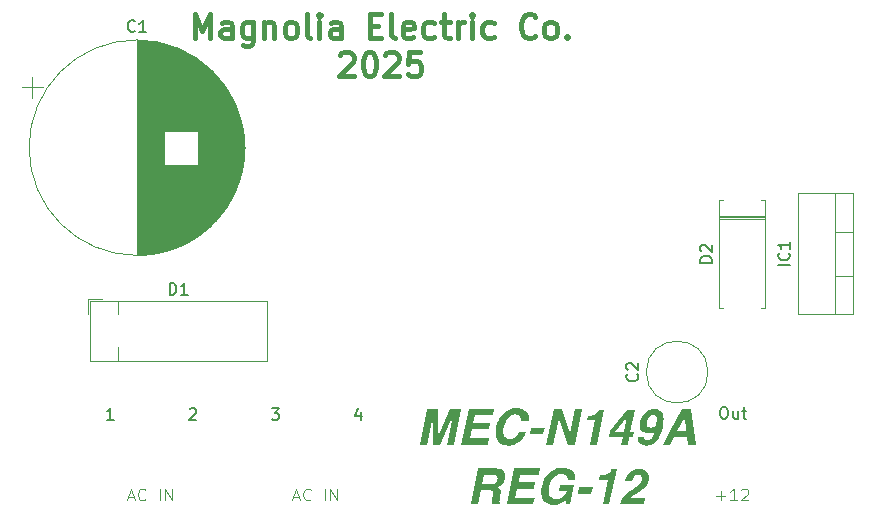
<source format=gbr>
%TF.GenerationSoftware,KiCad,Pcbnew,9.0.0*%
%TF.CreationDate,2025-04-08T17:00:31-05:00*%
%TF.ProjectId,MEC-PSU-1-12,4d45432d-5053-4552-9d31-2d31322e6b69,rev?*%
%TF.SameCoordinates,Original*%
%TF.FileFunction,Legend,Top*%
%TF.FilePolarity,Positive*%
%FSLAX46Y46*%
G04 Gerber Fmt 4.6, Leading zero omitted, Abs format (unit mm)*
G04 Created by KiCad (PCBNEW 9.0.0) date 2025-04-08 17:00:31*
%MOMM*%
%LPD*%
G01*
G04 APERTURE LIST*
%ADD10C,0.100000*%
%ADD11C,0.600000*%
%ADD12C,0.400000*%
%ADD13C,0.150000*%
%ADD14C,0.120000*%
G04 APERTURE END LIST*
D10*
X190303884Y-139491466D02*
X191065789Y-139491466D01*
X190684836Y-139872419D02*
X190684836Y-139110514D01*
X192065788Y-139872419D02*
X191494360Y-139872419D01*
X191780074Y-139872419D02*
X191780074Y-138872419D01*
X191780074Y-138872419D02*
X191684836Y-139015276D01*
X191684836Y-139015276D02*
X191589598Y-139110514D01*
X191589598Y-139110514D02*
X191494360Y-139158133D01*
X192446741Y-138967657D02*
X192494360Y-138920038D01*
X192494360Y-138920038D02*
X192589598Y-138872419D01*
X192589598Y-138872419D02*
X192827693Y-138872419D01*
X192827693Y-138872419D02*
X192922931Y-138920038D01*
X192922931Y-138920038D02*
X192970550Y-138967657D01*
X192970550Y-138967657D02*
X193018169Y-139062895D01*
X193018169Y-139062895D02*
X193018169Y-139158133D01*
X193018169Y-139158133D02*
X192970550Y-139300990D01*
X192970550Y-139300990D02*
X192399122Y-139872419D01*
X192399122Y-139872419D02*
X193018169Y-139872419D01*
X140506265Y-139586704D02*
X140982455Y-139586704D01*
X140411027Y-139872419D02*
X140744360Y-138872419D01*
X140744360Y-138872419D02*
X141077693Y-139872419D01*
X141982455Y-139777180D02*
X141934836Y-139824800D01*
X141934836Y-139824800D02*
X141791979Y-139872419D01*
X141791979Y-139872419D02*
X141696741Y-139872419D01*
X141696741Y-139872419D02*
X141553884Y-139824800D01*
X141553884Y-139824800D02*
X141458646Y-139729561D01*
X141458646Y-139729561D02*
X141411027Y-139634323D01*
X141411027Y-139634323D02*
X141363408Y-139443847D01*
X141363408Y-139443847D02*
X141363408Y-139300990D01*
X141363408Y-139300990D02*
X141411027Y-139110514D01*
X141411027Y-139110514D02*
X141458646Y-139015276D01*
X141458646Y-139015276D02*
X141553884Y-138920038D01*
X141553884Y-138920038D02*
X141696741Y-138872419D01*
X141696741Y-138872419D02*
X141791979Y-138872419D01*
X141791979Y-138872419D02*
X141934836Y-138920038D01*
X141934836Y-138920038D02*
X141982455Y-138967657D01*
X143172932Y-139872419D02*
X143172932Y-138872419D01*
X143649122Y-139872419D02*
X143649122Y-138872419D01*
X143649122Y-138872419D02*
X144220550Y-139872419D01*
X144220550Y-139872419D02*
X144220550Y-138872419D01*
D11*
G36*
X167807772Y-132125296D02*
G01*
X168695839Y-132125296D01*
X168066975Y-135150000D01*
X167491783Y-135150000D01*
X167917132Y-133104221D01*
X167970438Y-132856926D01*
X168023377Y-132611645D01*
X166936374Y-135150000D01*
X166337186Y-135150000D01*
X166309525Y-132611645D01*
X166260432Y-132856926D01*
X166211156Y-133104221D01*
X165785807Y-135150000D01*
X165210432Y-135150000D01*
X165839297Y-132125296D01*
X166737255Y-132125296D01*
X166780303Y-134503550D01*
X167807772Y-132125296D01*
G37*
G36*
X171418841Y-132664584D02*
G01*
X169855199Y-132664584D01*
X169721109Y-133309385D01*
X171156525Y-133309385D01*
X171046798Y-133836950D01*
X169611383Y-133836950D01*
X169450549Y-134610711D01*
X171086183Y-134610711D01*
X170974075Y-135150000D01*
X168735223Y-135150000D01*
X169364087Y-132125296D01*
X171530949Y-132125296D01*
X171418841Y-132664584D01*
G37*
G36*
X171698744Y-133654684D02*
G01*
X171782516Y-133339556D01*
X171892170Y-133064731D01*
X172026159Y-132825456D01*
X172184030Y-132617787D01*
X172366443Y-132438721D01*
X172549447Y-132302875D01*
X172738826Y-132199332D01*
X172936034Y-132125936D01*
X173142960Y-132081666D01*
X173361854Y-132066678D01*
X173618327Y-132083348D01*
X173829241Y-132129644D01*
X174002352Y-132201478D01*
X174144010Y-132296944D01*
X174258802Y-132416461D01*
X174349206Y-132562735D01*
X174418703Y-132751753D01*
X174447409Y-132936889D01*
X174437500Y-133121807D01*
X173819993Y-133121807D01*
X173788186Y-132919107D01*
X173734264Y-132792079D01*
X173662659Y-132709500D01*
X173566853Y-132648457D01*
X173440950Y-132608829D01*
X173276308Y-132594242D01*
X173114709Y-132611238D01*
X172964714Y-132661653D01*
X172822956Y-132746956D01*
X172687194Y-132871580D01*
X172576613Y-133014950D01*
X172479350Y-133190049D01*
X172396380Y-133401879D01*
X172329623Y-133656332D01*
X172290763Y-133921097D01*
X172290896Y-134128666D01*
X172321484Y-134290595D01*
X172377067Y-134416721D01*
X172464072Y-134527511D01*
X172568746Y-134604952D01*
X172694386Y-134652531D01*
X172846929Y-134669330D01*
X173005659Y-134655265D01*
X173146380Y-134614576D01*
X173272531Y-134547940D01*
X173386584Y-134453907D01*
X173496260Y-134319181D01*
X173615195Y-134106594D01*
X174226840Y-134106594D01*
X174120426Y-134345297D01*
X173989147Y-134557206D01*
X173832666Y-134745007D01*
X173649633Y-134910580D01*
X173444694Y-135046291D01*
X173226880Y-135142359D01*
X172993308Y-135200511D01*
X172740317Y-135220341D01*
X172483456Y-135201182D01*
X172270302Y-135147580D01*
X172093094Y-135063321D01*
X171945808Y-134949294D01*
X171824590Y-134803419D01*
X171736199Y-134636816D01*
X171676540Y-134444284D01*
X171647437Y-134220656D01*
X171652865Y-133959768D01*
X171698744Y-133654684D01*
G37*
G36*
X174628009Y-133707990D02*
G01*
X175778576Y-133707990D01*
X175663904Y-134259002D01*
X174513337Y-134259002D01*
X174628009Y-133707990D01*
G37*
G36*
X176563512Y-132125296D02*
G01*
X177211060Y-132125296D01*
X177952032Y-134220717D01*
X178387639Y-132125296D01*
X178963014Y-132125296D01*
X178334150Y-135150000D01*
X177716826Y-135150000D01*
X176956804Y-133001090D01*
X176510022Y-135150000D01*
X175934647Y-135150000D01*
X176563512Y-132125296D01*
G37*
G36*
X179373709Y-133098360D02*
G01*
X179456690Y-132699755D01*
X179709639Y-132682709D01*
X179843021Y-132663485D01*
X180012248Y-132605579D01*
X180155530Y-132510345D01*
X180237775Y-132421301D01*
X180311418Y-132300785D01*
X180357580Y-132183914D01*
X180832571Y-132183914D01*
X180215980Y-135150000D01*
X179630896Y-135150000D01*
X180057344Y-133098360D01*
X179373709Y-133098360D01*
G37*
G36*
X183042847Y-134047976D02*
G01*
X183371659Y-134047976D01*
X183276587Y-134505198D01*
X182947775Y-134505198D01*
X182813686Y-135150000D01*
X182254431Y-135150000D01*
X182388520Y-134505198D01*
X181237953Y-134505198D01*
X181333044Y-134047976D01*
X181755992Y-134047976D01*
X182483592Y-134047976D01*
X182746092Y-132785301D01*
X181755992Y-134047976D01*
X181333044Y-134047976D01*
X181344016Y-133995219D01*
X182784011Y-132207362D01*
X183425514Y-132207362D01*
X183042847Y-134047976D01*
G37*
G36*
X185264031Y-132167768D02*
G01*
X185438584Y-132220334D01*
X185577823Y-132302560D01*
X185688164Y-132414684D01*
X185772604Y-132561015D01*
X185830329Y-132749398D01*
X185855484Y-132976988D01*
X185843765Y-133270493D01*
X185784351Y-133645341D01*
X185694013Y-134000635D01*
X185585976Y-134298088D01*
X185462683Y-134545315D01*
X185312790Y-134766436D01*
X185152331Y-134938206D01*
X184980908Y-135067280D01*
X184796821Y-135158221D01*
X184597172Y-135213244D01*
X184378061Y-135232065D01*
X184217210Y-135219030D01*
X184074521Y-135181411D01*
X183946800Y-135120178D01*
X183831629Y-135034595D01*
X183740996Y-134928868D01*
X183680355Y-134801541D01*
X183649636Y-134647190D01*
X183652843Y-134458304D01*
X184222173Y-134458304D01*
X184235417Y-134578919D01*
X184286287Y-134670062D01*
X184339167Y-134713545D01*
X184409809Y-134741230D01*
X184503908Y-134751395D01*
X184634416Y-134732874D01*
X184752714Y-134677506D01*
X184863022Y-134581005D01*
X184966992Y-134433574D01*
X185055847Y-134236046D01*
X185151640Y-133922130D01*
X185049243Y-134013982D01*
X184952704Y-134077468D01*
X184828577Y-134131892D01*
X184690925Y-134165359D01*
X184537064Y-134176936D01*
X184368399Y-134160892D01*
X184220727Y-134114605D01*
X184089833Y-134038730D01*
X183972863Y-133931106D01*
X183887866Y-133803476D01*
X183836930Y-133648457D01*
X183822410Y-133458174D01*
X183836859Y-133341526D01*
X184420530Y-133341526D01*
X184430811Y-133470483D01*
X184465439Y-133562909D01*
X184528476Y-133633801D01*
X184623072Y-133679152D01*
X184761462Y-133696266D01*
X184877637Y-133679355D01*
X184998683Y-133625924D01*
X185096261Y-133553090D01*
X185176324Y-133457521D01*
X185239743Y-133335473D01*
X185285363Y-133181341D01*
X185305671Y-133012130D01*
X185293051Y-132880881D01*
X185253855Y-132778340D01*
X185186255Y-132696791D01*
X185094226Y-132647301D01*
X184969373Y-132629413D01*
X184829325Y-132650532D01*
X184700828Y-132714227D01*
X184592166Y-132816240D01*
X184505694Y-132961780D01*
X184443274Y-133162840D01*
X184420530Y-133341526D01*
X183836859Y-133341526D01*
X183851596Y-133222557D01*
X183917810Y-132989007D01*
X184011736Y-132784066D01*
X184132922Y-132603989D01*
X184282440Y-132446048D01*
X184456935Y-132314376D01*
X184640329Y-132222465D01*
X184835205Y-132167409D01*
X185045028Y-132148743D01*
X185264031Y-132167768D01*
G37*
G36*
X188564323Y-135150000D02*
G01*
X187894609Y-135150000D01*
X187835991Y-134516922D01*
X186747522Y-134516922D01*
X186411383Y-135150000D01*
X185765849Y-135150000D01*
X186405227Y-134001081D01*
X187021013Y-134001081D01*
X187770778Y-134001081D01*
X187648046Y-132816809D01*
X187021013Y-134001081D01*
X186405227Y-134001081D01*
X187449110Y-132125296D01*
X188146668Y-132125296D01*
X188564323Y-135150000D01*
G37*
G36*
X171832805Y-137178867D02*
G01*
X171982466Y-137206350D01*
X172087273Y-137243332D01*
X172223877Y-137332403D01*
X172327058Y-137454724D01*
X172387921Y-137575061D01*
X172426526Y-137709164D01*
X172437707Y-137853433D01*
X172416451Y-138027351D01*
X172376248Y-138166793D01*
X172312266Y-138307604D01*
X172222095Y-138451051D01*
X172110992Y-138575355D01*
X171974980Y-138673162D01*
X171810118Y-138745608D01*
X171924033Y-138813075D01*
X172001738Y-138892646D01*
X172049720Y-138985577D01*
X172070573Y-139091021D01*
X172069435Y-139243476D01*
X172036714Y-139458553D01*
X171994583Y-139661519D01*
X171959955Y-139852472D01*
X171952268Y-139942154D01*
X171972376Y-140045938D01*
X172028654Y-140114162D01*
X172012901Y-140190000D01*
X171333478Y-140190000D01*
X171327067Y-140028066D01*
X171355094Y-139767948D01*
X171409499Y-139487313D01*
X171432503Y-139292149D01*
X171420166Y-139172306D01*
X171386052Y-139102264D01*
X171324365Y-139054718D01*
X171214996Y-139020075D01*
X171034525Y-139005910D01*
X170396868Y-139005910D01*
X170150671Y-140190000D01*
X169547452Y-140190000D01*
X169898446Y-138501793D01*
X170501648Y-138501793D01*
X171201221Y-138501793D01*
X171397267Y-138487583D01*
X171524537Y-138451967D01*
X171614688Y-138399150D01*
X171686539Y-138326547D01*
X171741926Y-138231269D01*
X171780259Y-138108135D01*
X171795615Y-137967140D01*
X171780512Y-137864514D01*
X171741614Y-137789500D01*
X171679326Y-137734993D01*
X171574917Y-137697063D01*
X171389898Y-137681137D01*
X170672191Y-137681137D01*
X170501648Y-138501793D01*
X169898446Y-138501793D01*
X170176317Y-137165296D01*
X171625471Y-137165296D01*
X171832805Y-137178867D01*
G37*
G36*
X175265666Y-137704584D02*
G01*
X173702023Y-137704584D01*
X173567934Y-138349385D01*
X175003349Y-138349385D01*
X174893623Y-138876950D01*
X173458208Y-138876950D01*
X173297374Y-139650711D01*
X174933007Y-139650711D01*
X174820900Y-140190000D01*
X172582048Y-140190000D01*
X173210912Y-137165296D01*
X175377773Y-137165296D01*
X175265666Y-137704584D01*
G37*
G36*
X177780757Y-138114912D02*
G01*
X177760941Y-137968838D01*
X177712005Y-137853186D01*
X177635103Y-137761128D01*
X177526500Y-137689197D01*
X177380119Y-137640014D01*
X177201718Y-137622519D01*
X177029553Y-137639251D01*
X176866803Y-137689106D01*
X176710474Y-137773476D01*
X176558382Y-137896193D01*
X176433542Y-138039741D01*
X176324264Y-138220269D01*
X176231537Y-138444220D01*
X176157763Y-138719413D01*
X176117841Y-139008620D01*
X176125884Y-139224650D01*
X176169903Y-139384766D01*
X176243492Y-139502883D01*
X176351619Y-139603834D01*
X176471996Y-139674745D01*
X176607176Y-139717865D01*
X176760982Y-139732777D01*
X176962097Y-139712499D01*
X177142579Y-139653267D01*
X177307048Y-139554724D01*
X177449257Y-139424171D01*
X177562713Y-139269667D01*
X177648866Y-139087976D01*
X176965230Y-139087976D01*
X177072391Y-138572135D01*
X178303192Y-138572135D01*
X177966870Y-140190000D01*
X177558007Y-140190000D01*
X177573944Y-139814842D01*
X177354332Y-140003545D01*
X177191643Y-140110498D01*
X177002664Y-140192474D01*
X176793166Y-140242898D01*
X176559115Y-140260341D01*
X176325367Y-140242027D01*
X176126151Y-140190118D01*
X175955441Y-140107262D01*
X175808647Y-139993440D01*
X175682955Y-139845983D01*
X175584708Y-139678875D01*
X175517733Y-139487043D01*
X175483262Y-139265433D01*
X175484998Y-139007869D01*
X175528899Y-138707323D01*
X175605983Y-138417604D01*
X175708839Y-138158637D01*
X175836535Y-137927058D01*
X175989053Y-137720103D01*
X176167288Y-137535690D01*
X176371181Y-137375201D01*
X176584640Y-137252699D01*
X176809479Y-137165621D01*
X177048137Y-137112888D01*
X177303567Y-137094954D01*
X177585973Y-137116062D01*
X177814413Y-137174457D01*
X177999038Y-137265204D01*
X178147671Y-137386946D01*
X178267723Y-137541293D01*
X178347059Y-137711113D01*
X178387785Y-137900465D01*
X178388189Y-138114912D01*
X177780757Y-138114912D01*
G37*
G36*
X178709307Y-138747990D02*
G01*
X179859874Y-138747990D01*
X179745202Y-139299002D01*
X178594635Y-139299002D01*
X178709307Y-138747990D01*
G37*
G36*
X180424441Y-138138360D02*
G01*
X180507423Y-137739755D01*
X180760372Y-137722709D01*
X180893754Y-137703485D01*
X181062980Y-137645579D01*
X181206263Y-137550345D01*
X181288507Y-137461301D01*
X181362151Y-137340785D01*
X181408313Y-137223914D01*
X181883304Y-137223914D01*
X181266713Y-140190000D01*
X180681629Y-140190000D01*
X181108077Y-138138360D01*
X180424441Y-138138360D01*
G37*
G36*
X182174563Y-140190000D02*
G01*
X182236628Y-139981414D01*
X182321933Y-139786668D01*
X182430835Y-139604183D01*
X182529528Y-139469908D01*
X182673472Y-139321399D01*
X182872821Y-139156464D01*
X183139201Y-138973121D01*
X183552486Y-138698556D01*
X183737107Y-138556564D01*
X183868537Y-138415541D01*
X183955795Y-138272543D01*
X184004919Y-138125170D01*
X184018561Y-137999027D01*
X184005371Y-137895021D01*
X183968649Y-137807716D01*
X183908099Y-137739445D01*
X183822387Y-137696849D01*
X183702486Y-137681137D01*
X183576648Y-137694534D01*
X183471162Y-137732685D01*
X183381648Y-137794917D01*
X183305530Y-137883736D01*
X183236788Y-138020241D01*
X183164113Y-138255596D01*
X182608705Y-138255596D01*
X182683319Y-138007722D01*
X182771132Y-137806201D01*
X182870289Y-137644134D01*
X183009829Y-137483719D01*
X183167017Y-137361380D01*
X183344091Y-137273575D01*
X183544872Y-137219360D01*
X183774476Y-137200467D01*
X184004332Y-137219259D01*
X184188514Y-137271184D01*
X184336093Y-137352131D01*
X184453716Y-137461685D01*
X184540971Y-137597168D01*
X184592838Y-137753400D01*
X184608458Y-137936246D01*
X184582676Y-138153197D01*
X184517708Y-138363784D01*
X184413858Y-138558210D01*
X184268335Y-138739380D01*
X184080371Y-138906586D01*
X183774293Y-139119117D01*
X183511060Y-139285629D01*
X183170525Y-139511859D01*
X183082072Y-139587218D01*
X183003463Y-139674159D01*
X184272182Y-139674159D01*
X184165020Y-140190000D01*
X182174563Y-140190000D01*
G37*
D12*
X146138094Y-100714550D02*
X146138094Y-98714550D01*
X146138094Y-98714550D02*
X146804761Y-100143121D01*
X146804761Y-100143121D02*
X147471427Y-98714550D01*
X147471427Y-98714550D02*
X147471427Y-100714550D01*
X149280951Y-100714550D02*
X149280951Y-99666931D01*
X149280951Y-99666931D02*
X149185713Y-99476454D01*
X149185713Y-99476454D02*
X148995237Y-99381216D01*
X148995237Y-99381216D02*
X148614284Y-99381216D01*
X148614284Y-99381216D02*
X148423808Y-99476454D01*
X149280951Y-100619312D02*
X149090475Y-100714550D01*
X149090475Y-100714550D02*
X148614284Y-100714550D01*
X148614284Y-100714550D02*
X148423808Y-100619312D01*
X148423808Y-100619312D02*
X148328570Y-100428835D01*
X148328570Y-100428835D02*
X148328570Y-100238359D01*
X148328570Y-100238359D02*
X148423808Y-100047883D01*
X148423808Y-100047883D02*
X148614284Y-99952645D01*
X148614284Y-99952645D02*
X149090475Y-99952645D01*
X149090475Y-99952645D02*
X149280951Y-99857407D01*
X151090475Y-99381216D02*
X151090475Y-101000264D01*
X151090475Y-101000264D02*
X150995237Y-101190740D01*
X150995237Y-101190740D02*
X150899999Y-101285978D01*
X150899999Y-101285978D02*
X150709522Y-101381216D01*
X150709522Y-101381216D02*
X150423808Y-101381216D01*
X150423808Y-101381216D02*
X150233332Y-101285978D01*
X151090475Y-100619312D02*
X150899999Y-100714550D01*
X150899999Y-100714550D02*
X150519046Y-100714550D01*
X150519046Y-100714550D02*
X150328570Y-100619312D01*
X150328570Y-100619312D02*
X150233332Y-100524073D01*
X150233332Y-100524073D02*
X150138094Y-100333597D01*
X150138094Y-100333597D02*
X150138094Y-99762169D01*
X150138094Y-99762169D02*
X150233332Y-99571692D01*
X150233332Y-99571692D02*
X150328570Y-99476454D01*
X150328570Y-99476454D02*
X150519046Y-99381216D01*
X150519046Y-99381216D02*
X150899999Y-99381216D01*
X150899999Y-99381216D02*
X151090475Y-99476454D01*
X152042856Y-99381216D02*
X152042856Y-100714550D01*
X152042856Y-99571692D02*
X152138094Y-99476454D01*
X152138094Y-99476454D02*
X152328570Y-99381216D01*
X152328570Y-99381216D02*
X152614285Y-99381216D01*
X152614285Y-99381216D02*
X152804761Y-99476454D01*
X152804761Y-99476454D02*
X152899999Y-99666931D01*
X152899999Y-99666931D02*
X152899999Y-100714550D01*
X154138094Y-100714550D02*
X153947618Y-100619312D01*
X153947618Y-100619312D02*
X153852380Y-100524073D01*
X153852380Y-100524073D02*
X153757142Y-100333597D01*
X153757142Y-100333597D02*
X153757142Y-99762169D01*
X153757142Y-99762169D02*
X153852380Y-99571692D01*
X153852380Y-99571692D02*
X153947618Y-99476454D01*
X153947618Y-99476454D02*
X154138094Y-99381216D01*
X154138094Y-99381216D02*
X154423809Y-99381216D01*
X154423809Y-99381216D02*
X154614285Y-99476454D01*
X154614285Y-99476454D02*
X154709523Y-99571692D01*
X154709523Y-99571692D02*
X154804761Y-99762169D01*
X154804761Y-99762169D02*
X154804761Y-100333597D01*
X154804761Y-100333597D02*
X154709523Y-100524073D01*
X154709523Y-100524073D02*
X154614285Y-100619312D01*
X154614285Y-100619312D02*
X154423809Y-100714550D01*
X154423809Y-100714550D02*
X154138094Y-100714550D01*
X155947618Y-100714550D02*
X155757142Y-100619312D01*
X155757142Y-100619312D02*
X155661904Y-100428835D01*
X155661904Y-100428835D02*
X155661904Y-98714550D01*
X156709523Y-100714550D02*
X156709523Y-99381216D01*
X156709523Y-98714550D02*
X156614285Y-98809788D01*
X156614285Y-98809788D02*
X156709523Y-98905026D01*
X156709523Y-98905026D02*
X156804761Y-98809788D01*
X156804761Y-98809788D02*
X156709523Y-98714550D01*
X156709523Y-98714550D02*
X156709523Y-98905026D01*
X158519047Y-100714550D02*
X158519047Y-99666931D01*
X158519047Y-99666931D02*
X158423809Y-99476454D01*
X158423809Y-99476454D02*
X158233333Y-99381216D01*
X158233333Y-99381216D02*
X157852380Y-99381216D01*
X157852380Y-99381216D02*
X157661904Y-99476454D01*
X158519047Y-100619312D02*
X158328571Y-100714550D01*
X158328571Y-100714550D02*
X157852380Y-100714550D01*
X157852380Y-100714550D02*
X157661904Y-100619312D01*
X157661904Y-100619312D02*
X157566666Y-100428835D01*
X157566666Y-100428835D02*
X157566666Y-100238359D01*
X157566666Y-100238359D02*
X157661904Y-100047883D01*
X157661904Y-100047883D02*
X157852380Y-99952645D01*
X157852380Y-99952645D02*
X158328571Y-99952645D01*
X158328571Y-99952645D02*
X158519047Y-99857407D01*
X160995238Y-99666931D02*
X161661905Y-99666931D01*
X161947619Y-100714550D02*
X160995238Y-100714550D01*
X160995238Y-100714550D02*
X160995238Y-98714550D01*
X160995238Y-98714550D02*
X161947619Y-98714550D01*
X163090476Y-100714550D02*
X162900000Y-100619312D01*
X162900000Y-100619312D02*
X162804762Y-100428835D01*
X162804762Y-100428835D02*
X162804762Y-98714550D01*
X164614286Y-100619312D02*
X164423810Y-100714550D01*
X164423810Y-100714550D02*
X164042857Y-100714550D01*
X164042857Y-100714550D02*
X163852381Y-100619312D01*
X163852381Y-100619312D02*
X163757143Y-100428835D01*
X163757143Y-100428835D02*
X163757143Y-99666931D01*
X163757143Y-99666931D02*
X163852381Y-99476454D01*
X163852381Y-99476454D02*
X164042857Y-99381216D01*
X164042857Y-99381216D02*
X164423810Y-99381216D01*
X164423810Y-99381216D02*
X164614286Y-99476454D01*
X164614286Y-99476454D02*
X164709524Y-99666931D01*
X164709524Y-99666931D02*
X164709524Y-99857407D01*
X164709524Y-99857407D02*
X163757143Y-100047883D01*
X166423810Y-100619312D02*
X166233334Y-100714550D01*
X166233334Y-100714550D02*
X165852381Y-100714550D01*
X165852381Y-100714550D02*
X165661905Y-100619312D01*
X165661905Y-100619312D02*
X165566667Y-100524073D01*
X165566667Y-100524073D02*
X165471429Y-100333597D01*
X165471429Y-100333597D02*
X165471429Y-99762169D01*
X165471429Y-99762169D02*
X165566667Y-99571692D01*
X165566667Y-99571692D02*
X165661905Y-99476454D01*
X165661905Y-99476454D02*
X165852381Y-99381216D01*
X165852381Y-99381216D02*
X166233334Y-99381216D01*
X166233334Y-99381216D02*
X166423810Y-99476454D01*
X166995239Y-99381216D02*
X167757143Y-99381216D01*
X167280953Y-98714550D02*
X167280953Y-100428835D01*
X167280953Y-100428835D02*
X167376191Y-100619312D01*
X167376191Y-100619312D02*
X167566667Y-100714550D01*
X167566667Y-100714550D02*
X167757143Y-100714550D01*
X168423810Y-100714550D02*
X168423810Y-99381216D01*
X168423810Y-99762169D02*
X168519048Y-99571692D01*
X168519048Y-99571692D02*
X168614286Y-99476454D01*
X168614286Y-99476454D02*
X168804762Y-99381216D01*
X168804762Y-99381216D02*
X168995239Y-99381216D01*
X169661905Y-100714550D02*
X169661905Y-99381216D01*
X169661905Y-98714550D02*
X169566667Y-98809788D01*
X169566667Y-98809788D02*
X169661905Y-98905026D01*
X169661905Y-98905026D02*
X169757143Y-98809788D01*
X169757143Y-98809788D02*
X169661905Y-98714550D01*
X169661905Y-98714550D02*
X169661905Y-98905026D01*
X171471429Y-100619312D02*
X171280953Y-100714550D01*
X171280953Y-100714550D02*
X170900000Y-100714550D01*
X170900000Y-100714550D02*
X170709524Y-100619312D01*
X170709524Y-100619312D02*
X170614286Y-100524073D01*
X170614286Y-100524073D02*
X170519048Y-100333597D01*
X170519048Y-100333597D02*
X170519048Y-99762169D01*
X170519048Y-99762169D02*
X170614286Y-99571692D01*
X170614286Y-99571692D02*
X170709524Y-99476454D01*
X170709524Y-99476454D02*
X170900000Y-99381216D01*
X170900000Y-99381216D02*
X171280953Y-99381216D01*
X171280953Y-99381216D02*
X171471429Y-99476454D01*
X174995239Y-100524073D02*
X174900001Y-100619312D01*
X174900001Y-100619312D02*
X174614287Y-100714550D01*
X174614287Y-100714550D02*
X174423811Y-100714550D01*
X174423811Y-100714550D02*
X174138096Y-100619312D01*
X174138096Y-100619312D02*
X173947620Y-100428835D01*
X173947620Y-100428835D02*
X173852382Y-100238359D01*
X173852382Y-100238359D02*
X173757144Y-99857407D01*
X173757144Y-99857407D02*
X173757144Y-99571692D01*
X173757144Y-99571692D02*
X173852382Y-99190740D01*
X173852382Y-99190740D02*
X173947620Y-99000264D01*
X173947620Y-99000264D02*
X174138096Y-98809788D01*
X174138096Y-98809788D02*
X174423811Y-98714550D01*
X174423811Y-98714550D02*
X174614287Y-98714550D01*
X174614287Y-98714550D02*
X174900001Y-98809788D01*
X174900001Y-98809788D02*
X174995239Y-98905026D01*
X176138096Y-100714550D02*
X175947620Y-100619312D01*
X175947620Y-100619312D02*
X175852382Y-100524073D01*
X175852382Y-100524073D02*
X175757144Y-100333597D01*
X175757144Y-100333597D02*
X175757144Y-99762169D01*
X175757144Y-99762169D02*
X175852382Y-99571692D01*
X175852382Y-99571692D02*
X175947620Y-99476454D01*
X175947620Y-99476454D02*
X176138096Y-99381216D01*
X176138096Y-99381216D02*
X176423811Y-99381216D01*
X176423811Y-99381216D02*
X176614287Y-99476454D01*
X176614287Y-99476454D02*
X176709525Y-99571692D01*
X176709525Y-99571692D02*
X176804763Y-99762169D01*
X176804763Y-99762169D02*
X176804763Y-100333597D01*
X176804763Y-100333597D02*
X176709525Y-100524073D01*
X176709525Y-100524073D02*
X176614287Y-100619312D01*
X176614287Y-100619312D02*
X176423811Y-100714550D01*
X176423811Y-100714550D02*
X176138096Y-100714550D01*
X177661906Y-100524073D02*
X177757144Y-100619312D01*
X177757144Y-100619312D02*
X177661906Y-100714550D01*
X177661906Y-100714550D02*
X177566668Y-100619312D01*
X177566668Y-100619312D02*
X177661906Y-100524073D01*
X177661906Y-100524073D02*
X177661906Y-100714550D01*
X158471428Y-102124914D02*
X158566666Y-102029676D01*
X158566666Y-102029676D02*
X158757142Y-101934438D01*
X158757142Y-101934438D02*
X159233333Y-101934438D01*
X159233333Y-101934438D02*
X159423809Y-102029676D01*
X159423809Y-102029676D02*
X159519047Y-102124914D01*
X159519047Y-102124914D02*
X159614285Y-102315390D01*
X159614285Y-102315390D02*
X159614285Y-102505866D01*
X159614285Y-102505866D02*
X159519047Y-102791580D01*
X159519047Y-102791580D02*
X158376190Y-103934438D01*
X158376190Y-103934438D02*
X159614285Y-103934438D01*
X160852380Y-101934438D02*
X161042857Y-101934438D01*
X161042857Y-101934438D02*
X161233333Y-102029676D01*
X161233333Y-102029676D02*
X161328571Y-102124914D01*
X161328571Y-102124914D02*
X161423809Y-102315390D01*
X161423809Y-102315390D02*
X161519047Y-102696342D01*
X161519047Y-102696342D02*
X161519047Y-103172533D01*
X161519047Y-103172533D02*
X161423809Y-103553485D01*
X161423809Y-103553485D02*
X161328571Y-103743961D01*
X161328571Y-103743961D02*
X161233333Y-103839200D01*
X161233333Y-103839200D02*
X161042857Y-103934438D01*
X161042857Y-103934438D02*
X160852380Y-103934438D01*
X160852380Y-103934438D02*
X160661904Y-103839200D01*
X160661904Y-103839200D02*
X160566666Y-103743961D01*
X160566666Y-103743961D02*
X160471428Y-103553485D01*
X160471428Y-103553485D02*
X160376190Y-103172533D01*
X160376190Y-103172533D02*
X160376190Y-102696342D01*
X160376190Y-102696342D02*
X160471428Y-102315390D01*
X160471428Y-102315390D02*
X160566666Y-102124914D01*
X160566666Y-102124914D02*
X160661904Y-102029676D01*
X160661904Y-102029676D02*
X160852380Y-101934438D01*
X162280952Y-102124914D02*
X162376190Y-102029676D01*
X162376190Y-102029676D02*
X162566666Y-101934438D01*
X162566666Y-101934438D02*
X163042857Y-101934438D01*
X163042857Y-101934438D02*
X163233333Y-102029676D01*
X163233333Y-102029676D02*
X163328571Y-102124914D01*
X163328571Y-102124914D02*
X163423809Y-102315390D01*
X163423809Y-102315390D02*
X163423809Y-102505866D01*
X163423809Y-102505866D02*
X163328571Y-102791580D01*
X163328571Y-102791580D02*
X162185714Y-103934438D01*
X162185714Y-103934438D02*
X163423809Y-103934438D01*
X165233333Y-101934438D02*
X164280952Y-101934438D01*
X164280952Y-101934438D02*
X164185714Y-102886819D01*
X164185714Y-102886819D02*
X164280952Y-102791580D01*
X164280952Y-102791580D02*
X164471428Y-102696342D01*
X164471428Y-102696342D02*
X164947619Y-102696342D01*
X164947619Y-102696342D02*
X165138095Y-102791580D01*
X165138095Y-102791580D02*
X165233333Y-102886819D01*
X165233333Y-102886819D02*
X165328571Y-103077295D01*
X165328571Y-103077295D02*
X165328571Y-103553485D01*
X165328571Y-103553485D02*
X165233333Y-103743961D01*
X165233333Y-103743961D02*
X165138095Y-103839200D01*
X165138095Y-103839200D02*
X164947619Y-103934438D01*
X164947619Y-103934438D02*
X164471428Y-103934438D01*
X164471428Y-103934438D02*
X164280952Y-103839200D01*
X164280952Y-103839200D02*
X164185714Y-103743961D01*
D10*
X154506265Y-139586704D02*
X154982455Y-139586704D01*
X154411027Y-139872419D02*
X154744360Y-138872419D01*
X154744360Y-138872419D02*
X155077693Y-139872419D01*
X155982455Y-139777180D02*
X155934836Y-139824800D01*
X155934836Y-139824800D02*
X155791979Y-139872419D01*
X155791979Y-139872419D02*
X155696741Y-139872419D01*
X155696741Y-139872419D02*
X155553884Y-139824800D01*
X155553884Y-139824800D02*
X155458646Y-139729561D01*
X155458646Y-139729561D02*
X155411027Y-139634323D01*
X155411027Y-139634323D02*
X155363408Y-139443847D01*
X155363408Y-139443847D02*
X155363408Y-139300990D01*
X155363408Y-139300990D02*
X155411027Y-139110514D01*
X155411027Y-139110514D02*
X155458646Y-139015276D01*
X155458646Y-139015276D02*
X155553884Y-138920038D01*
X155553884Y-138920038D02*
X155696741Y-138872419D01*
X155696741Y-138872419D02*
X155791979Y-138872419D01*
X155791979Y-138872419D02*
X155934836Y-138920038D01*
X155934836Y-138920038D02*
X155982455Y-138967657D01*
X157172932Y-139872419D02*
X157172932Y-138872419D01*
X157649122Y-139872419D02*
X157649122Y-138872419D01*
X157649122Y-138872419D02*
X158220550Y-139872419D01*
X158220550Y-139872419D02*
X158220550Y-138872419D01*
D13*
X160190476Y-132388152D02*
X160190476Y-133054819D01*
X159952381Y-132007200D02*
X159714286Y-132721485D01*
X159714286Y-132721485D02*
X160333333Y-132721485D01*
X152666667Y-132054819D02*
X153285714Y-132054819D01*
X153285714Y-132054819D02*
X152952381Y-132435771D01*
X152952381Y-132435771D02*
X153095238Y-132435771D01*
X153095238Y-132435771D02*
X153190476Y-132483390D01*
X153190476Y-132483390D02*
X153238095Y-132531009D01*
X153238095Y-132531009D02*
X153285714Y-132626247D01*
X153285714Y-132626247D02*
X153285714Y-132864342D01*
X153285714Y-132864342D02*
X153238095Y-132959580D01*
X153238095Y-132959580D02*
X153190476Y-133007200D01*
X153190476Y-133007200D02*
X153095238Y-133054819D01*
X153095238Y-133054819D02*
X152809524Y-133054819D01*
X152809524Y-133054819D02*
X152714286Y-133007200D01*
X152714286Y-133007200D02*
X152666667Y-132959580D01*
X189954819Y-119738094D02*
X188954819Y-119738094D01*
X188954819Y-119738094D02*
X188954819Y-119499999D01*
X188954819Y-119499999D02*
X189002438Y-119357142D01*
X189002438Y-119357142D02*
X189097676Y-119261904D01*
X189097676Y-119261904D02*
X189192914Y-119214285D01*
X189192914Y-119214285D02*
X189383390Y-119166666D01*
X189383390Y-119166666D02*
X189526247Y-119166666D01*
X189526247Y-119166666D02*
X189716723Y-119214285D01*
X189716723Y-119214285D02*
X189811961Y-119261904D01*
X189811961Y-119261904D02*
X189907200Y-119357142D01*
X189907200Y-119357142D02*
X189954819Y-119499999D01*
X189954819Y-119499999D02*
X189954819Y-119738094D01*
X189050057Y-118785713D02*
X189002438Y-118738094D01*
X189002438Y-118738094D02*
X188954819Y-118642856D01*
X188954819Y-118642856D02*
X188954819Y-118404761D01*
X188954819Y-118404761D02*
X189002438Y-118309523D01*
X189002438Y-118309523D02*
X189050057Y-118261904D01*
X189050057Y-118261904D02*
X189145295Y-118214285D01*
X189145295Y-118214285D02*
X189240533Y-118214285D01*
X189240533Y-118214285D02*
X189383390Y-118261904D01*
X189383390Y-118261904D02*
X189954819Y-118833332D01*
X189954819Y-118833332D02*
X189954819Y-118214285D01*
X196534451Y-119974775D02*
X195534451Y-119974775D01*
X196439212Y-118927157D02*
X196486832Y-118974776D01*
X196486832Y-118974776D02*
X196534451Y-119117633D01*
X196534451Y-119117633D02*
X196534451Y-119212871D01*
X196534451Y-119212871D02*
X196486832Y-119355728D01*
X196486832Y-119355728D02*
X196391593Y-119450966D01*
X196391593Y-119450966D02*
X196296355Y-119498585D01*
X196296355Y-119498585D02*
X196105879Y-119546204D01*
X196105879Y-119546204D02*
X195963022Y-119546204D01*
X195963022Y-119546204D02*
X195772546Y-119498585D01*
X195772546Y-119498585D02*
X195677308Y-119450966D01*
X195677308Y-119450966D02*
X195582070Y-119355728D01*
X195582070Y-119355728D02*
X195534451Y-119212871D01*
X195534451Y-119212871D02*
X195534451Y-119117633D01*
X195534451Y-119117633D02*
X195582070Y-118974776D01*
X195582070Y-118974776D02*
X195629689Y-118927157D01*
X196534451Y-117974776D02*
X196534451Y-118546204D01*
X196534451Y-118260490D02*
X195534451Y-118260490D01*
X195534451Y-118260490D02*
X195677308Y-118355728D01*
X195677308Y-118355728D02*
X195772546Y-118450966D01*
X195772546Y-118450966D02*
X195820165Y-118546204D01*
X144036905Y-122454819D02*
X144036905Y-121454819D01*
X144036905Y-121454819D02*
X144275000Y-121454819D01*
X144275000Y-121454819D02*
X144417857Y-121502438D01*
X144417857Y-121502438D02*
X144513095Y-121597676D01*
X144513095Y-121597676D02*
X144560714Y-121692914D01*
X144560714Y-121692914D02*
X144608333Y-121883390D01*
X144608333Y-121883390D02*
X144608333Y-122026247D01*
X144608333Y-122026247D02*
X144560714Y-122216723D01*
X144560714Y-122216723D02*
X144513095Y-122311961D01*
X144513095Y-122311961D02*
X144417857Y-122407200D01*
X144417857Y-122407200D02*
X144275000Y-122454819D01*
X144275000Y-122454819D02*
X144036905Y-122454819D01*
X145560714Y-122454819D02*
X144989286Y-122454819D01*
X145275000Y-122454819D02*
X145275000Y-121454819D01*
X145275000Y-121454819D02*
X145179762Y-121597676D01*
X145179762Y-121597676D02*
X145084524Y-121692914D01*
X145084524Y-121692914D02*
X144989286Y-121740533D01*
X190866666Y-131954819D02*
X191057142Y-131954819D01*
X191057142Y-131954819D02*
X191152380Y-132002438D01*
X191152380Y-132002438D02*
X191247618Y-132097676D01*
X191247618Y-132097676D02*
X191295237Y-132288152D01*
X191295237Y-132288152D02*
X191295237Y-132621485D01*
X191295237Y-132621485D02*
X191247618Y-132811961D01*
X191247618Y-132811961D02*
X191152380Y-132907200D01*
X191152380Y-132907200D02*
X191057142Y-132954819D01*
X191057142Y-132954819D02*
X190866666Y-132954819D01*
X190866666Y-132954819D02*
X190771428Y-132907200D01*
X190771428Y-132907200D02*
X190676190Y-132811961D01*
X190676190Y-132811961D02*
X190628571Y-132621485D01*
X190628571Y-132621485D02*
X190628571Y-132288152D01*
X190628571Y-132288152D02*
X190676190Y-132097676D01*
X190676190Y-132097676D02*
X190771428Y-132002438D01*
X190771428Y-132002438D02*
X190866666Y-131954819D01*
X192152380Y-132288152D02*
X192152380Y-132954819D01*
X191723809Y-132288152D02*
X191723809Y-132811961D01*
X191723809Y-132811961D02*
X191771428Y-132907200D01*
X191771428Y-132907200D02*
X191866666Y-132954819D01*
X191866666Y-132954819D02*
X192009523Y-132954819D01*
X192009523Y-132954819D02*
X192104761Y-132907200D01*
X192104761Y-132907200D02*
X192152380Y-132859580D01*
X192485714Y-132288152D02*
X192866666Y-132288152D01*
X192628571Y-131954819D02*
X192628571Y-132811961D01*
X192628571Y-132811961D02*
X192676190Y-132907200D01*
X192676190Y-132907200D02*
X192771428Y-132954819D01*
X192771428Y-132954819D02*
X192866666Y-132954819D01*
X145714286Y-132150057D02*
X145761905Y-132102438D01*
X145761905Y-132102438D02*
X145857143Y-132054819D01*
X145857143Y-132054819D02*
X146095238Y-132054819D01*
X146095238Y-132054819D02*
X146190476Y-132102438D01*
X146190476Y-132102438D02*
X146238095Y-132150057D01*
X146238095Y-132150057D02*
X146285714Y-132245295D01*
X146285714Y-132245295D02*
X146285714Y-132340533D01*
X146285714Y-132340533D02*
X146238095Y-132483390D01*
X146238095Y-132483390D02*
X145666667Y-133054819D01*
X145666667Y-133054819D02*
X146285714Y-133054819D01*
X141083333Y-100109580D02*
X141035714Y-100157200D01*
X141035714Y-100157200D02*
X140892857Y-100204819D01*
X140892857Y-100204819D02*
X140797619Y-100204819D01*
X140797619Y-100204819D02*
X140654762Y-100157200D01*
X140654762Y-100157200D02*
X140559524Y-100061961D01*
X140559524Y-100061961D02*
X140511905Y-99966723D01*
X140511905Y-99966723D02*
X140464286Y-99776247D01*
X140464286Y-99776247D02*
X140464286Y-99633390D01*
X140464286Y-99633390D02*
X140511905Y-99442914D01*
X140511905Y-99442914D02*
X140559524Y-99347676D01*
X140559524Y-99347676D02*
X140654762Y-99252438D01*
X140654762Y-99252438D02*
X140797619Y-99204819D01*
X140797619Y-99204819D02*
X140892857Y-99204819D01*
X140892857Y-99204819D02*
X141035714Y-99252438D01*
X141035714Y-99252438D02*
X141083333Y-99300057D01*
X142035714Y-100204819D02*
X141464286Y-100204819D01*
X141750000Y-100204819D02*
X141750000Y-99204819D01*
X141750000Y-99204819D02*
X141654762Y-99347676D01*
X141654762Y-99347676D02*
X141559524Y-99442914D01*
X141559524Y-99442914D02*
X141464286Y-99490533D01*
X139285714Y-133054819D02*
X138714286Y-133054819D01*
X139000000Y-133054819D02*
X139000000Y-132054819D01*
X139000000Y-132054819D02*
X138904762Y-132197676D01*
X138904762Y-132197676D02*
X138809524Y-132292914D01*
X138809524Y-132292914D02*
X138714286Y-132340533D01*
X183607580Y-129166666D02*
X183655200Y-129214285D01*
X183655200Y-129214285D02*
X183702819Y-129357142D01*
X183702819Y-129357142D02*
X183702819Y-129452380D01*
X183702819Y-129452380D02*
X183655200Y-129595237D01*
X183655200Y-129595237D02*
X183559961Y-129690475D01*
X183559961Y-129690475D02*
X183464723Y-129738094D01*
X183464723Y-129738094D02*
X183274247Y-129785713D01*
X183274247Y-129785713D02*
X183131390Y-129785713D01*
X183131390Y-129785713D02*
X182940914Y-129738094D01*
X182940914Y-129738094D02*
X182845676Y-129690475D01*
X182845676Y-129690475D02*
X182750438Y-129595237D01*
X182750438Y-129595237D02*
X182702819Y-129452380D01*
X182702819Y-129452380D02*
X182702819Y-129357142D01*
X182702819Y-129357142D02*
X182750438Y-129214285D01*
X182750438Y-129214285D02*
X182798057Y-129166666D01*
X182798057Y-128785713D02*
X182750438Y-128738094D01*
X182750438Y-128738094D02*
X182702819Y-128642856D01*
X182702819Y-128642856D02*
X182702819Y-128404761D01*
X182702819Y-128404761D02*
X182750438Y-128309523D01*
X182750438Y-128309523D02*
X182798057Y-128261904D01*
X182798057Y-128261904D02*
X182893295Y-128214285D01*
X182893295Y-128214285D02*
X182988533Y-128214285D01*
X182988533Y-128214285D02*
X183131390Y-128261904D01*
X183131390Y-128261904D02*
X183702819Y-128833332D01*
X183702819Y-128833332D02*
X183702819Y-128214285D01*
D14*
%TO.C,D2*%
X190528000Y-114430000D02*
X190528000Y-123570000D01*
X190528000Y-123570000D02*
X190858000Y-123570000D01*
X190858000Y-114430000D02*
X190528000Y-114430000D01*
X194138000Y-114430000D02*
X194468000Y-114430000D01*
X194468000Y-114430000D02*
X194468000Y-123570000D01*
X194468000Y-115765000D02*
X190528000Y-115765000D01*
X194468000Y-115885000D02*
X190528000Y-115885000D01*
X194468000Y-116005000D02*
X190528000Y-116005000D01*
X194468000Y-123570000D02*
X194138000Y-123570000D01*
%TO.C,IC1*%
X197208632Y-113878586D02*
X197208632Y-124118586D01*
X200339632Y-113878586D02*
X200339632Y-124118586D01*
X201849632Y-113878586D02*
X197208632Y-113878586D01*
X201849632Y-113878586D02*
X201849632Y-124118586D01*
X201849632Y-117148586D02*
X200339632Y-117148586D01*
X201849632Y-120849586D02*
X200339632Y-120849586D01*
X201849632Y-124118586D02*
X197208632Y-124118586D01*
%TO.C,D1*%
X137110000Y-122790000D02*
X138310000Y-122790000D01*
X137110000Y-124090000D02*
X137110000Y-122790000D01*
X137300000Y-122980000D02*
X137300000Y-128025000D01*
X137300000Y-128025000D02*
X152250000Y-128025000D01*
X139670000Y-124100000D02*
X139670000Y-122980000D01*
X139670000Y-126900000D02*
X139670000Y-128025000D01*
X152240000Y-122980000D02*
X137300000Y-122980000D01*
X152250000Y-128025000D02*
X152240000Y-122980000D01*
%TO.C,C1*%
X131490560Y-104885000D02*
X133290560Y-104885000D01*
X132390560Y-103985000D02*
X132390560Y-105785000D01*
X141250000Y-100919000D02*
X141250000Y-119081000D01*
X141290000Y-100920000D02*
X141290000Y-119080000D01*
X141330000Y-100920000D02*
X141330000Y-119080000D01*
X141370000Y-100920000D02*
X141370000Y-119080000D01*
X141410000Y-100921000D02*
X141410000Y-119079000D01*
X141450000Y-100922000D02*
X141450000Y-119078000D01*
X141490000Y-100923000D02*
X141490000Y-119077000D01*
X141530000Y-100924000D02*
X141530000Y-119076000D01*
X141570000Y-100925000D02*
X141570000Y-119075000D01*
X141610000Y-100927000D02*
X141610000Y-119073000D01*
X141650000Y-100928000D02*
X141650000Y-119072000D01*
X141690000Y-100930000D02*
X141690000Y-119070000D01*
X141730000Y-100932000D02*
X141730000Y-119068000D01*
X141770000Y-100934000D02*
X141770000Y-119066000D01*
X141810000Y-100937000D02*
X141810000Y-119063000D01*
X141850000Y-100939000D02*
X141850000Y-119061000D01*
X141890000Y-100942000D02*
X141890000Y-119058000D01*
X141930000Y-100945000D02*
X141930000Y-119055000D01*
X141971000Y-100948000D02*
X141971000Y-119052000D01*
X142011000Y-100951000D02*
X142011000Y-119049000D01*
X142051000Y-100955000D02*
X142051000Y-119045000D01*
X142091000Y-100958000D02*
X142091000Y-119042000D01*
X142131000Y-100962000D02*
X142131000Y-119038000D01*
X142171000Y-100966000D02*
X142171000Y-119034000D01*
X142211000Y-100970000D02*
X142211000Y-119030000D01*
X142251000Y-100974000D02*
X142251000Y-119026000D01*
X142291000Y-100979000D02*
X142291000Y-119021000D01*
X142331000Y-100984000D02*
X142331000Y-119016000D01*
X142371000Y-100989000D02*
X142371000Y-119011000D01*
X142411000Y-100994000D02*
X142411000Y-119006000D01*
X142451000Y-100999000D02*
X142451000Y-119001000D01*
X142491000Y-101004000D02*
X142491000Y-118996000D01*
X142531000Y-101010000D02*
X142531000Y-118990000D01*
X142571000Y-101016000D02*
X142571000Y-118984000D01*
X142611000Y-101021000D02*
X142611000Y-118979000D01*
X142651000Y-101028000D02*
X142651000Y-118972000D01*
X142691000Y-101034000D02*
X142691000Y-118966000D01*
X142731000Y-101040000D02*
X142731000Y-118960000D01*
X142771000Y-101047000D02*
X142771000Y-118953000D01*
X142811000Y-101054000D02*
X142811000Y-118946000D01*
X142851000Y-101061000D02*
X142851000Y-118939000D01*
X142891000Y-101068000D02*
X142891000Y-118932000D01*
X142931000Y-101076000D02*
X142931000Y-118924000D01*
X142971000Y-101083000D02*
X142971000Y-118917000D01*
X143011000Y-101091000D02*
X143011000Y-118909000D01*
X143051000Y-101099000D02*
X143051000Y-118901000D01*
X143091000Y-101107000D02*
X143091000Y-118893000D01*
X143131000Y-101115000D02*
X143131000Y-118885000D01*
X143171000Y-101124000D02*
X143171000Y-118876000D01*
X143211000Y-101133000D02*
X143211000Y-118867000D01*
X143251000Y-101142000D02*
X143251000Y-118858000D01*
X143291000Y-101151000D02*
X143291000Y-118849000D01*
X143331000Y-101160000D02*
X143331000Y-118840000D01*
X143371000Y-101169000D02*
X143371000Y-118831000D01*
X143411000Y-101179000D02*
X143411000Y-118821000D01*
X143451000Y-101189000D02*
X143451000Y-118811000D01*
X143491000Y-101199000D02*
X143491000Y-118801000D01*
X143531000Y-101209000D02*
X143531000Y-118791000D01*
X143571000Y-101220000D02*
X143571000Y-108560000D01*
X143571000Y-111440000D02*
X143571000Y-118780000D01*
X143611000Y-101230000D02*
X143611000Y-108560000D01*
X143611000Y-111440000D02*
X143611000Y-118770000D01*
X143651000Y-101241000D02*
X143651000Y-108560000D01*
X143651000Y-111440000D02*
X143651000Y-118759000D01*
X143691000Y-101252000D02*
X143691000Y-108560000D01*
X143691000Y-111440000D02*
X143691000Y-118748000D01*
X143731000Y-101263000D02*
X143731000Y-108560000D01*
X143731000Y-111440000D02*
X143731000Y-118737000D01*
X143771000Y-101275000D02*
X143771000Y-108560000D01*
X143771000Y-111440000D02*
X143771000Y-118725000D01*
X143811000Y-101286000D02*
X143811000Y-108560000D01*
X143811000Y-111440000D02*
X143811000Y-118714000D01*
X143851000Y-101298000D02*
X143851000Y-108560000D01*
X143851000Y-111440000D02*
X143851000Y-118702000D01*
X143891000Y-101310000D02*
X143891000Y-108560000D01*
X143891000Y-111440000D02*
X143891000Y-118690000D01*
X143931000Y-101322000D02*
X143931000Y-108560000D01*
X143931000Y-111440000D02*
X143931000Y-118678000D01*
X143971000Y-101335000D02*
X143971000Y-108560000D01*
X143971000Y-111440000D02*
X143971000Y-118665000D01*
X144011000Y-101347000D02*
X144011000Y-108560000D01*
X144011000Y-111440000D02*
X144011000Y-118653000D01*
X144051000Y-101360000D02*
X144051000Y-108560000D01*
X144051000Y-111440000D02*
X144051000Y-118640000D01*
X144091000Y-101373000D02*
X144091000Y-108560000D01*
X144091000Y-111440000D02*
X144091000Y-118627000D01*
X144131000Y-101386000D02*
X144131000Y-108560000D01*
X144131000Y-111440000D02*
X144131000Y-118614000D01*
X144171000Y-101400000D02*
X144171000Y-108560000D01*
X144171000Y-111440000D02*
X144171000Y-118600000D01*
X144211000Y-101413000D02*
X144211000Y-108560000D01*
X144211000Y-111440000D02*
X144211000Y-118587000D01*
X144251000Y-101427000D02*
X144251000Y-108560000D01*
X144251000Y-111440000D02*
X144251000Y-118573000D01*
X144291000Y-101441000D02*
X144291000Y-108560000D01*
X144291000Y-111440000D02*
X144291000Y-118559000D01*
X144331000Y-101455000D02*
X144331000Y-108560000D01*
X144331000Y-111440000D02*
X144331000Y-118545000D01*
X144371000Y-101470000D02*
X144371000Y-108560000D01*
X144371000Y-111440000D02*
X144371000Y-118530000D01*
X144411000Y-101484000D02*
X144411000Y-108560000D01*
X144411000Y-111440000D02*
X144411000Y-118516000D01*
X144451000Y-101499000D02*
X144451000Y-108560000D01*
X144451000Y-111440000D02*
X144451000Y-118501000D01*
X144491000Y-101514000D02*
X144491000Y-108560000D01*
X144491000Y-111440000D02*
X144491000Y-118486000D01*
X144531000Y-101530000D02*
X144531000Y-108560000D01*
X144531000Y-111440000D02*
X144531000Y-118470000D01*
X144571000Y-101545000D02*
X144571000Y-108560000D01*
X144571000Y-111440000D02*
X144571000Y-118455000D01*
X144611000Y-101561000D02*
X144611000Y-108560000D01*
X144611000Y-111440000D02*
X144611000Y-118439000D01*
X144651000Y-101577000D02*
X144651000Y-108560000D01*
X144651000Y-111440000D02*
X144651000Y-118423000D01*
X144691000Y-101593000D02*
X144691000Y-108560000D01*
X144691000Y-111440000D02*
X144691000Y-118407000D01*
X144731000Y-101610000D02*
X144731000Y-108560000D01*
X144731000Y-111440000D02*
X144731000Y-118390000D01*
X144771000Y-101626000D02*
X144771000Y-108560000D01*
X144771000Y-111440000D02*
X144771000Y-118374000D01*
X144811000Y-101643000D02*
X144811000Y-108560000D01*
X144811000Y-111440000D02*
X144811000Y-118357000D01*
X144851000Y-101660000D02*
X144851000Y-108560000D01*
X144851000Y-111440000D02*
X144851000Y-118340000D01*
X144891000Y-101677000D02*
X144891000Y-108560000D01*
X144891000Y-111440000D02*
X144891000Y-118323000D01*
X144931000Y-101695000D02*
X144931000Y-108560000D01*
X144931000Y-111440000D02*
X144931000Y-118305000D01*
X144971000Y-101713000D02*
X144971000Y-108560000D01*
X144971000Y-111440000D02*
X144971000Y-118287000D01*
X145011000Y-101731000D02*
X145011000Y-108560000D01*
X145011000Y-111440000D02*
X145011000Y-118269000D01*
X145051000Y-101749000D02*
X145051000Y-108560000D01*
X145051000Y-111440000D02*
X145051000Y-118251000D01*
X145091000Y-101767000D02*
X145091000Y-108560000D01*
X145091000Y-111440000D02*
X145091000Y-118233000D01*
X145131000Y-101786000D02*
X145131000Y-108560000D01*
X145131000Y-111440000D02*
X145131000Y-118214000D01*
X145171000Y-101805000D02*
X145171000Y-108560000D01*
X145171000Y-111440000D02*
X145171000Y-118195000D01*
X145211000Y-101824000D02*
X145211000Y-108560000D01*
X145211000Y-111440000D02*
X145211000Y-118176000D01*
X145251000Y-101844000D02*
X145251000Y-108560000D01*
X145251000Y-111440000D02*
X145251000Y-118156000D01*
X145291000Y-101863000D02*
X145291000Y-108560000D01*
X145291000Y-111440000D02*
X145291000Y-118137000D01*
X145331000Y-101883000D02*
X145331000Y-108560000D01*
X145331000Y-111440000D02*
X145331000Y-118117000D01*
X145371000Y-101903000D02*
X145371000Y-108560000D01*
X145371000Y-111440000D02*
X145371000Y-118097000D01*
X145411000Y-101924000D02*
X145411000Y-108560000D01*
X145411000Y-111440000D02*
X145411000Y-118076000D01*
X145451000Y-101944000D02*
X145451000Y-108560000D01*
X145451000Y-111440000D02*
X145451000Y-118056000D01*
X145491000Y-101965000D02*
X145491000Y-108560000D01*
X145491000Y-111440000D02*
X145491000Y-118035000D01*
X145531000Y-101986000D02*
X145531000Y-108560000D01*
X145531000Y-111440000D02*
X145531000Y-118014000D01*
X145571000Y-102008000D02*
X145571000Y-108560000D01*
X145571000Y-111440000D02*
X145571000Y-117992000D01*
X145611000Y-102029000D02*
X145611000Y-108560000D01*
X145611000Y-111440000D02*
X145611000Y-117971000D01*
X145651000Y-102051000D02*
X145651000Y-108560000D01*
X145651000Y-111440000D02*
X145651000Y-117949000D01*
X145691000Y-102073000D02*
X145691000Y-108560000D01*
X145691000Y-111440000D02*
X145691000Y-117927000D01*
X145731000Y-102096000D02*
X145731000Y-108560000D01*
X145731000Y-111440000D02*
X145731000Y-117904000D01*
X145771000Y-102118000D02*
X145771000Y-108560000D01*
X145771000Y-111440000D02*
X145771000Y-117882000D01*
X145811000Y-102141000D02*
X145811000Y-108560000D01*
X145811000Y-111440000D02*
X145811000Y-117859000D01*
X145851000Y-102165000D02*
X145851000Y-108560000D01*
X145851000Y-111440000D02*
X145851000Y-117835000D01*
X145891000Y-102188000D02*
X145891000Y-108560000D01*
X145891000Y-111440000D02*
X145891000Y-117812000D01*
X145931000Y-102212000D02*
X145931000Y-108560000D01*
X145931000Y-111440000D02*
X145931000Y-117788000D01*
X145971000Y-102236000D02*
X145971000Y-108560000D01*
X145971000Y-111440000D02*
X145971000Y-117764000D01*
X146011000Y-102260000D02*
X146011000Y-108560000D01*
X146011000Y-111440000D02*
X146011000Y-117740000D01*
X146051000Y-102285000D02*
X146051000Y-108560000D01*
X146051000Y-111440000D02*
X146051000Y-117715000D01*
X146091000Y-102310000D02*
X146091000Y-108560000D01*
X146091000Y-111440000D02*
X146091000Y-117690000D01*
X146131000Y-102335000D02*
X146131000Y-108560000D01*
X146131000Y-111440000D02*
X146131000Y-117665000D01*
X146171000Y-102360000D02*
X146171000Y-108560000D01*
X146171000Y-111440000D02*
X146171000Y-117640000D01*
X146211000Y-102386000D02*
X146211000Y-108560000D01*
X146211000Y-111440000D02*
X146211000Y-117614000D01*
X146251000Y-102412000D02*
X146251000Y-108560000D01*
X146251000Y-111440000D02*
X146251000Y-117588000D01*
X146291000Y-102439000D02*
X146291000Y-108560000D01*
X146291000Y-111440000D02*
X146291000Y-117561000D01*
X146331000Y-102465000D02*
X146331000Y-108560000D01*
X146331000Y-111440000D02*
X146331000Y-117535000D01*
X146371000Y-102492000D02*
X146371000Y-108560000D01*
X146371000Y-111440000D02*
X146371000Y-117508000D01*
X146411000Y-102520000D02*
X146411000Y-108560000D01*
X146411000Y-111440000D02*
X146411000Y-117480000D01*
X146451000Y-102547000D02*
X146451000Y-117453000D01*
X146491000Y-102575000D02*
X146491000Y-117425000D01*
X146531000Y-102603000D02*
X146531000Y-117397000D01*
X146571000Y-102632000D02*
X146571000Y-117368000D01*
X146611000Y-102661000D02*
X146611000Y-117339000D01*
X146651000Y-102690000D02*
X146651000Y-117310000D01*
X146691000Y-102720000D02*
X146691000Y-117280000D01*
X146731000Y-102750000D02*
X146731000Y-117250000D01*
X146771000Y-102780000D02*
X146771000Y-117220000D01*
X146811000Y-102810000D02*
X146811000Y-117190000D01*
X146851000Y-102841000D02*
X146851000Y-117159000D01*
X146891000Y-102873000D02*
X146891000Y-117127000D01*
X146931000Y-102904000D02*
X146931000Y-117096000D01*
X146971000Y-102936000D02*
X146971000Y-117064000D01*
X147011000Y-102969000D02*
X147011000Y-117031000D01*
X147051000Y-103001000D02*
X147051000Y-116999000D01*
X147091000Y-103035000D02*
X147091000Y-116965000D01*
X147131000Y-103068000D02*
X147131000Y-116932000D01*
X147171000Y-103102000D02*
X147171000Y-116898000D01*
X147211000Y-103136000D02*
X147211000Y-116864000D01*
X147251000Y-103171000D02*
X147251000Y-116829000D01*
X147291000Y-103206000D02*
X147291000Y-116794000D01*
X147331000Y-103242000D02*
X147331000Y-116758000D01*
X147371000Y-103278000D02*
X147371000Y-116722000D01*
X147411000Y-103314000D02*
X147411000Y-116686000D01*
X147451000Y-103351000D02*
X147451000Y-116649000D01*
X147491000Y-103388000D02*
X147491000Y-116612000D01*
X147531000Y-103426000D02*
X147531000Y-116574000D01*
X147571000Y-103464000D02*
X147571000Y-116536000D01*
X147611000Y-103503000D02*
X147611000Y-116497000D01*
X147651000Y-103542000D02*
X147651000Y-116458000D01*
X147691000Y-103582000D02*
X147691000Y-116418000D01*
X147731000Y-103622000D02*
X147731000Y-116378000D01*
X147771000Y-103663000D02*
X147771000Y-116337000D01*
X147811000Y-103704000D02*
X147811000Y-116296000D01*
X147851000Y-103746000D02*
X147851000Y-116254000D01*
X147891000Y-103788000D02*
X147891000Y-116212000D01*
X147931000Y-103830000D02*
X147931000Y-116170000D01*
X147971000Y-103874000D02*
X147971000Y-116126000D01*
X148011000Y-103918000D02*
X148011000Y-116082000D01*
X148051000Y-103962000D02*
X148051000Y-116038000D01*
X148091000Y-104007000D02*
X148091000Y-115993000D01*
X148131000Y-104053000D02*
X148131000Y-115947000D01*
X148171000Y-104099000D02*
X148171000Y-115901000D01*
X148211000Y-104146000D02*
X148211000Y-115854000D01*
X148251000Y-104194000D02*
X148251000Y-115806000D01*
X148291000Y-104242000D02*
X148291000Y-115758000D01*
X148331000Y-104291000D02*
X148331000Y-115709000D01*
X148371000Y-104340000D02*
X148371000Y-115660000D01*
X148411000Y-104391000D02*
X148411000Y-115609000D01*
X148451000Y-104442000D02*
X148451000Y-115558000D01*
X148491000Y-104494000D02*
X148491000Y-115506000D01*
X148531000Y-104546000D02*
X148531000Y-115454000D01*
X148571000Y-104600000D02*
X148571000Y-115400000D01*
X148611000Y-104654000D02*
X148611000Y-115346000D01*
X148651000Y-104709000D02*
X148651000Y-115291000D01*
X148691000Y-104765000D02*
X148691000Y-115235000D01*
X148731000Y-104822000D02*
X148731000Y-115178000D01*
X148771000Y-104880000D02*
X148771000Y-115120000D01*
X148811000Y-104938000D02*
X148811000Y-115062000D01*
X148851000Y-104998000D02*
X148851000Y-115002000D01*
X148891000Y-105059000D02*
X148891000Y-114941000D01*
X148931000Y-105121000D02*
X148931000Y-114879000D01*
X148971000Y-105184000D02*
X148971000Y-114816000D01*
X149011000Y-105248000D02*
X149011000Y-114752000D01*
X149051000Y-105314000D02*
X149051000Y-114686000D01*
X149091000Y-105380000D02*
X149091000Y-114620000D01*
X149131000Y-105448000D02*
X149131000Y-114552000D01*
X149171000Y-105518000D02*
X149171000Y-114482000D01*
X149211000Y-105588000D02*
X149211000Y-114412000D01*
X149251000Y-105661000D02*
X149251000Y-114339000D01*
X149291000Y-105735000D02*
X149291000Y-114265000D01*
X149331000Y-105810000D02*
X149331000Y-114190000D01*
X149371000Y-105887000D02*
X149371000Y-114113000D01*
X149411000Y-105967000D02*
X149411000Y-114033000D01*
X149450000Y-106048000D02*
X149450000Y-113952000D01*
X149490000Y-106131000D02*
X149490000Y-113869000D01*
X149530000Y-106216000D02*
X149530000Y-113784000D01*
X149570000Y-106304000D02*
X149570000Y-113696000D01*
X149610000Y-106395000D02*
X149610000Y-113605000D01*
X149650000Y-106488000D02*
X149650000Y-113512000D01*
X149690000Y-106584000D02*
X149690000Y-113416000D01*
X149730000Y-106683000D02*
X149730000Y-113317000D01*
X149770000Y-106786000D02*
X149770000Y-113214000D01*
X149810000Y-106893000D02*
X149810000Y-113107000D01*
X149850000Y-107004000D02*
X149850000Y-112996000D01*
X149890000Y-107120000D02*
X149890000Y-112880000D01*
X149930000Y-107241000D02*
X149930000Y-112759000D01*
X149970000Y-107368000D02*
X149970000Y-112632000D01*
X150010000Y-107502000D02*
X150010000Y-112498000D01*
X150050000Y-107645000D02*
X150050000Y-112355000D01*
X150090000Y-107797000D02*
X150090000Y-112203000D01*
X150130000Y-107961000D02*
X150130000Y-112039000D01*
X150170000Y-108140000D02*
X150170000Y-111860000D01*
X150210000Y-108339000D02*
X150210000Y-111661000D01*
X150250000Y-108565000D02*
X150250000Y-111435000D01*
X150290000Y-108834000D02*
X150290000Y-111166000D01*
X150330000Y-109186000D02*
X150330000Y-110814000D01*
X150370000Y-109960000D02*
X150370000Y-110040000D01*
X150370000Y-110000000D02*
G75*
G02*
X132130000Y-110000000I-9120000J0D01*
G01*
X132130000Y-110000000D02*
G75*
G02*
X150370000Y-110000000I9120000J0D01*
G01*
%TO.C,C2*%
X189618000Y-129000000D02*
G75*
G02*
X184378000Y-129000000I-2620000J0D01*
G01*
X184378000Y-129000000D02*
G75*
G02*
X189618000Y-129000000I2620000J0D01*
G01*
%TD*%
M02*

</source>
